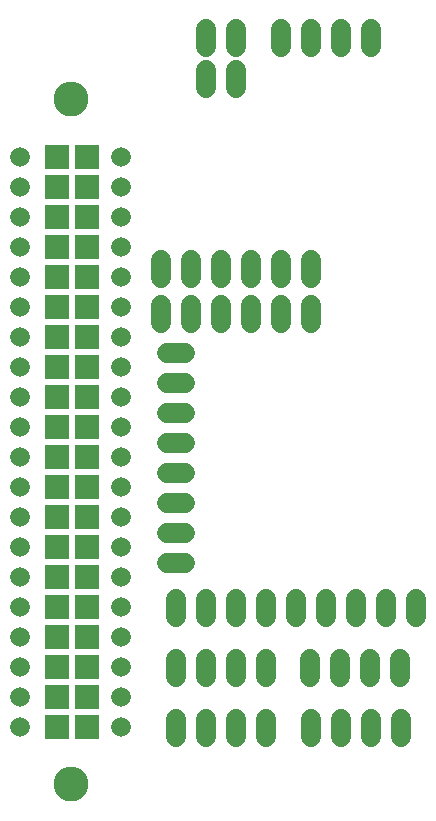
<source format=gbs>
G75*
%MOIN*%
%OFA0B0*%
%FSLAX25Y25*%
%IPPOS*%
%LPD*%
%AMOC8*
5,1,8,0,0,1.08239X$1,22.5*
%
%ADD10C,0.11624*%
%ADD11C,0.06600*%
%ADD12R,0.08000X0.08000*%
%ADD13C,0.06537*%
D10*
X0023569Y0023937D03*
X0023569Y0252284D03*
D11*
X0053300Y0198606D02*
X0053300Y0192606D01*
X0053300Y0183606D02*
X0053300Y0177606D01*
X0055300Y0167606D02*
X0061300Y0167606D01*
X0061300Y0157606D02*
X0055300Y0157606D01*
X0055300Y0147606D02*
X0061300Y0147606D01*
X0061300Y0137606D02*
X0055300Y0137606D01*
X0055300Y0127606D02*
X0061300Y0127606D01*
X0061300Y0117606D02*
X0055300Y0117606D01*
X0055300Y0107606D02*
X0061300Y0107606D01*
X0061300Y0097606D02*
X0055300Y0097606D01*
X0058300Y0085606D02*
X0058300Y0079606D01*
X0068300Y0079606D02*
X0068300Y0085606D01*
X0078300Y0085606D02*
X0078300Y0079606D01*
X0088300Y0079606D02*
X0088300Y0085606D01*
X0098300Y0085606D02*
X0098300Y0079606D01*
X0108300Y0079606D02*
X0108300Y0085606D01*
X0118300Y0085606D02*
X0118300Y0079606D01*
X0128300Y0079606D02*
X0128300Y0085606D01*
X0138300Y0085606D02*
X0138300Y0079606D01*
X0133040Y0065446D02*
X0133040Y0059446D01*
X0123040Y0059446D02*
X0123040Y0065446D01*
X0113040Y0065446D02*
X0113040Y0059446D01*
X0103040Y0059446D02*
X0103040Y0065446D01*
X0088300Y0065606D02*
X0088300Y0059606D01*
X0078300Y0059606D02*
X0078300Y0065606D01*
X0068300Y0065606D02*
X0068300Y0059606D01*
X0058300Y0059606D02*
X0058300Y0065606D01*
X0058300Y0045606D02*
X0058300Y0039606D01*
X0068300Y0039606D02*
X0068300Y0045606D01*
X0078300Y0045606D02*
X0078300Y0039606D01*
X0088300Y0039606D02*
X0088300Y0045606D01*
X0103300Y0045606D02*
X0103300Y0039606D01*
X0113300Y0039606D02*
X0113300Y0045606D01*
X0123300Y0045606D02*
X0123300Y0039606D01*
X0133300Y0039606D02*
X0133300Y0045606D01*
X0103300Y0177606D02*
X0103300Y0183606D01*
X0103300Y0192606D02*
X0103300Y0198606D01*
X0093300Y0198606D02*
X0093300Y0192606D01*
X0093300Y0183606D02*
X0093300Y0177606D01*
X0083300Y0177606D02*
X0083300Y0183606D01*
X0083300Y0192606D02*
X0083300Y0198606D01*
X0073300Y0198606D02*
X0073300Y0192606D01*
X0073300Y0183606D02*
X0073300Y0177606D01*
X0063300Y0177606D02*
X0063300Y0183606D01*
X0063300Y0192606D02*
X0063300Y0198606D01*
X0068540Y0255946D02*
X0068540Y0261946D01*
X0068300Y0269606D02*
X0068300Y0275606D01*
X0078300Y0275606D02*
X0078300Y0269606D01*
X0078540Y0261946D02*
X0078540Y0255946D01*
X0093300Y0269606D02*
X0093300Y0275606D01*
X0103300Y0275606D02*
X0103300Y0269606D01*
X0113300Y0269606D02*
X0113300Y0275606D01*
X0123300Y0275606D02*
X0123300Y0269606D01*
D12*
X0028694Y0232968D03*
X0028694Y0222968D03*
X0028694Y0212968D03*
X0028694Y0202968D03*
X0028694Y0192968D03*
X0028694Y0182968D03*
X0028694Y0172968D03*
X0028694Y0162968D03*
X0028694Y0152968D03*
X0028694Y0142968D03*
X0028694Y0132968D03*
X0028694Y0122968D03*
X0028694Y0112968D03*
X0028694Y0102968D03*
X0028694Y0092968D03*
X0028694Y0082968D03*
X0028694Y0072968D03*
X0028694Y0062968D03*
X0028694Y0052968D03*
X0028694Y0042968D03*
X0018694Y0042968D03*
X0018694Y0052968D03*
X0018694Y0062968D03*
X0018694Y0072968D03*
X0018694Y0082968D03*
X0018694Y0092968D03*
X0018694Y0102968D03*
X0018694Y0112968D03*
X0018694Y0122968D03*
X0018694Y0132968D03*
X0018694Y0142968D03*
X0018694Y0152968D03*
X0018694Y0162968D03*
X0018694Y0172968D03*
X0018694Y0182968D03*
X0018694Y0192968D03*
X0018694Y0202968D03*
X0018694Y0212968D03*
X0018694Y0222968D03*
X0018694Y0232968D03*
D13*
X0006489Y0232929D03*
X0006489Y0222929D03*
X0006489Y0212929D03*
X0006489Y0202929D03*
X0006489Y0192929D03*
X0006489Y0182929D03*
X0006489Y0172929D03*
X0006489Y0162929D03*
X0006489Y0152929D03*
X0006489Y0142929D03*
X0006489Y0132929D03*
X0006489Y0122929D03*
X0006489Y0112929D03*
X0006489Y0102929D03*
X0006489Y0092929D03*
X0006489Y0082929D03*
X0006489Y0072929D03*
X0006489Y0062929D03*
X0006489Y0052929D03*
X0006489Y0042929D03*
X0040111Y0042929D03*
X0040111Y0052929D03*
X0040111Y0062929D03*
X0040111Y0072929D03*
X0040111Y0082929D03*
X0040111Y0092929D03*
X0040111Y0102929D03*
X0040111Y0112929D03*
X0040111Y0122929D03*
X0040111Y0132929D03*
X0040111Y0142929D03*
X0040111Y0152929D03*
X0040111Y0162929D03*
X0040111Y0172929D03*
X0040111Y0182929D03*
X0040111Y0192929D03*
X0040111Y0202929D03*
X0040111Y0212929D03*
X0040111Y0222929D03*
X0040111Y0232929D03*
M02*

</source>
